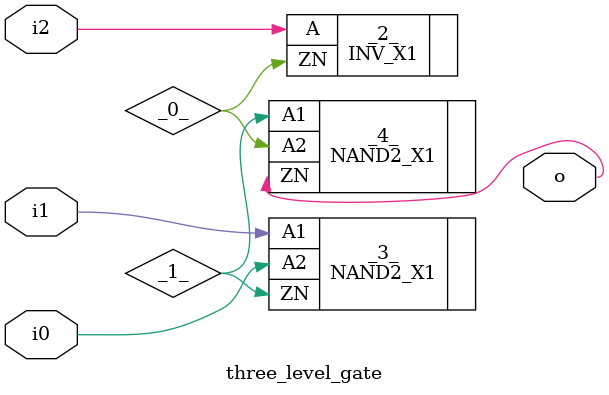
<source format=v>
/* Generated by Yosys 0.10+12 (open-tool-forge build) (git sha1 356ec7bb, clang 11.0.3 ) */

module three_level_gate(i0, i1, i2, o);
  wire _0_;
  wire _1_;
  input i0;
  input i1;
  input i2;
  output o;
  INV_X1 _2_ (
    .A(i2),
    .ZN(_0_)
  );
  NAND2_X1 _3_ (
    .A1(i1),
    .A2(i0),
    .ZN(_1_)
  );
  NAND2_X1 _4_ (
    .A1(_1_),
    .A2(_0_),
    .ZN(o)
  );
endmodule

</source>
